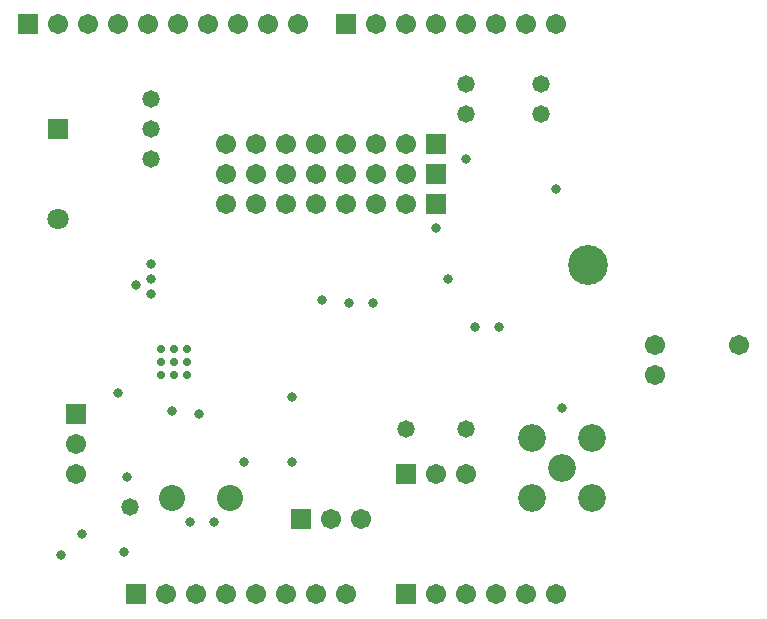
<source format=gbs>
G04 Layer_Color=16711935*
%FSLAX25Y25*%
%MOIN*%
G70*
G01*
G75*
%ADD45C,0.06706*%
%ADD46R,0.06706X0.06706*%
%ADD47C,0.07099*%
%ADD48R,0.07099X0.07099*%
%ADD49C,0.13300*%
%ADD50R,0.06706X0.06706*%
%ADD51C,0.09252*%
%ADD52C,0.08674*%
%ADD53C,0.05800*%
%ADD54C,0.03162*%
%ADD55C,0.02769*%
D45*
X125000Y45000D02*
D03*
X115000D02*
D03*
X223000Y103000D02*
D03*
Y93000D02*
D03*
X110000Y20000D02*
D03*
X100000D02*
D03*
X80000D02*
D03*
X70000D02*
D03*
X60000D02*
D03*
X90000D02*
D03*
X120000D02*
D03*
X30000Y70000D02*
D03*
Y60000D02*
D03*
X180000Y20000D02*
D03*
X150000D02*
D03*
X160000D02*
D03*
X170000D02*
D03*
X190000D02*
D03*
X180000Y210000D02*
D03*
X170000D02*
D03*
X150000D02*
D03*
X140000D02*
D03*
X130000D02*
D03*
X160000D02*
D03*
X190000D02*
D03*
X150000Y60000D02*
D03*
X160000D02*
D03*
X74000Y210000D02*
D03*
X64000D02*
D03*
X44000D02*
D03*
X34000D02*
D03*
X24000D02*
D03*
X54000D02*
D03*
X84000D02*
D03*
X94000D02*
D03*
X104000D02*
D03*
X90000Y170000D02*
D03*
X140000D02*
D03*
X130000D02*
D03*
X120000D02*
D03*
X110000D02*
D03*
X100000D02*
D03*
X80000D02*
D03*
X90000Y160000D02*
D03*
X140000D02*
D03*
X130000D02*
D03*
X120000D02*
D03*
X110000D02*
D03*
X100000D02*
D03*
X80000D02*
D03*
X90000Y150000D02*
D03*
X140000D02*
D03*
X130000D02*
D03*
X120000D02*
D03*
X110000D02*
D03*
X100000D02*
D03*
X80000D02*
D03*
X251000Y103000D02*
D03*
D46*
X105000Y45000D02*
D03*
X50000Y20000D02*
D03*
X140000D02*
D03*
X120000Y210000D02*
D03*
X140000Y60000D02*
D03*
X14000Y210000D02*
D03*
X150000Y170000D02*
D03*
Y160000D02*
D03*
Y150000D02*
D03*
D47*
X24000Y145039D02*
D03*
D48*
Y174961D02*
D03*
D49*
X200551Y129803D02*
D03*
D50*
X30000Y80000D02*
D03*
D51*
X192000Y62000D02*
D03*
X182000Y72000D02*
D03*
X202000D02*
D03*
Y52000D02*
D03*
X182000D02*
D03*
D52*
X81213D02*
D03*
X62000D02*
D03*
D53*
X160000Y75000D02*
D03*
X140000D02*
D03*
X55000Y165000D02*
D03*
Y175000D02*
D03*
X160000Y180000D02*
D03*
Y190000D02*
D03*
X185000Y180000D02*
D03*
Y190000D02*
D03*
X48000Y49000D02*
D03*
X55000Y185000D02*
D03*
D54*
X50000Y123000D02*
D03*
X44000Y87000D02*
D03*
X55000Y130000D02*
D03*
X62000Y81000D02*
D03*
X101800Y85824D02*
D03*
X32000Y40000D02*
D03*
X76000Y44000D02*
D03*
X112000Y118000D02*
D03*
X129000Y117000D02*
D03*
X121000D02*
D03*
X154000Y125000D02*
D03*
X163000Y109000D02*
D03*
X171000D02*
D03*
X192000Y82000D02*
D03*
X55000Y120000D02*
D03*
Y125000D02*
D03*
X46000Y34000D02*
D03*
X71000Y80000D02*
D03*
X160000Y165000D02*
D03*
X150000Y142000D02*
D03*
X190000Y155000D02*
D03*
X86000Y64000D02*
D03*
X102000D02*
D03*
X68000Y44000D02*
D03*
X47000Y59000D02*
D03*
X25000Y33000D02*
D03*
D55*
X58169Y93169D02*
D03*
Y97500D02*
D03*
X62500Y101831D02*
D03*
X66831Y93169D02*
D03*
X58169Y101831D02*
D03*
X66831D02*
D03*
X62500Y97500D02*
D03*
X66831D02*
D03*
X62500Y93169D02*
D03*
M02*

</source>
